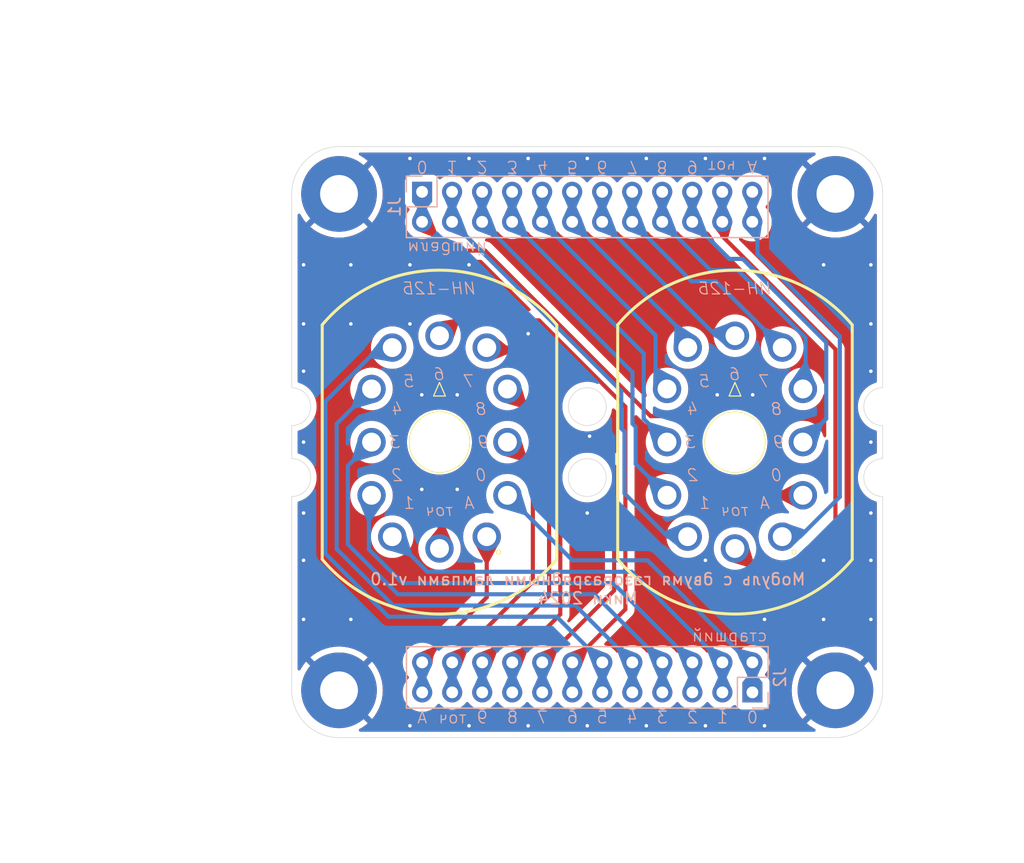
<source format=kicad_pcb>
(kicad_pcb (version 20240108) (generator "pcbnew") (generator_version "8.0")
  (layers (0 "F.Cu" mixed) (31 "B.Cu" mixed) (34 "B.Paste" user) (35 "F.Paste" user) (36 "B.SilkS" user "B.Silkscreen") (37 "F.SilkS" user "F.Silkscreen") (38 "B.Mask" user) (39 "F.Mask" user) (44 "Edge.Cuts" user))
  (net 0 "")
  (net 1 "GND")
  (net 2 "Net-(J1-Pin_10)")
  (net 3 "Net-(J2-Pin_10)")
  (net 4 "Net-(J1-Pin_1)")
  (net 5 "Net-(J1-Pin_17)")
  (net 6 "Net-(J1-Pin_21)")
  (net 7 "Net-(J1-Pin_15)")
  (net 8 "Net-(J1-Pin_5)")
  (net 9 "Net-(J1-Pin_23)")
  (net 10 "Net-(J1-Pin_3)")
  (net 11 "Net-(J1-Pin_7)")
  (net 12 "Net-(J1-Pin_13)")
  (net 13 "Net-(J1-Pin_11)")
  (net 14 "Net-(J1-Pin_19)")
  (net 15 "Net-(J2-Pin_19)")
  (net 16 "Net-(J2-Pin_1)")
  (net 17 "Net-(J2-Pin_23)")
  (net 18 "Net-(J2-Pin_11)")
  (net 19 "Net-(J2-Pin_15)")
  (net 20 "Net-(J2-Pin_17)")
  (net 21 "Net-(J2-Pin_3)")
  (net 22 "Net-(J2-Pin_21)")
  (net 23 "Net-(J2-Pin_13)")
  (net 24 "Net-(J2-Pin_5)")
  (net 25 "Net-(J2-Pin_7)")
  (footprint "MountingHole:MountingHole_3.2mm_M3_Pad" (layer "F.Cu") (at 54 96)
    (property "Reference" "H2" (hide yes))
    (property "Value" "MountingHole_Pad" (hide yes))
    (pad "1" thru_hole circle (at 0 0) (size 6.4 6.4) (drill 3.2) (layers "*.Cu" "*.Mask") (net 1 "GND"))
  )
  (footprint "MountingHole:MountingHole_3.2mm_M3_Pad" (layer "F.Cu") (at 96 54)
    (property "Reference" "H4" (hide yes))
    (property "Value" "MountingHole_Pad" (hide yes))
    (pad "1" thru_hole circle (at 0 0) (size 6.4 6.4) (drill 3.2) (layers "*.Cu" "*.Mask") (net 1 "GND"))
  )
  (footprint "nixies-us:nixies-us-IN-12-DSUB" (layer "F.Cu") (at 62.5 75)
    (property "Reference" "NX2" (hide yes))
    (property "Value" "IN-12BIN-12-DSUB")
    (fp_line (start -9.92124 9.92124) (end -9.92124 -9.92124) (stroke (width 0.254)) (layer "F.SilkS"))
    (fp_line (start 9.92124 -9.92124) (end 9.92124 9.92124) (stroke (width 0.254)) (layer "F.SilkS"))
    (fp_arc (start -9.92124 -9.92124) (mid 0.000928 -14.547158) (end 9.922433 -9.919819) (stroke (width 0.254)) (layer "F.SilkS"))
    (fp_arc (start 9.92124 9.92124) (mid -0.000928 14.547158) (end -9.922433 9.919819) (stroke (width 0.254)) (layer "F.SilkS"))
    (fp_circle (center 0 0) (end 0 -2.54) (stroke (width 0.127)) (fill none) (layer "F.SilkS"))
    (pad "" np_thru_hole circle (at 0 0) (size 4.99872 4.99872) (drill 4.99872) (layers "*.Cu" "*.Mask"))
    (pad "0" thru_hole circle (at 5.74802 4.49834) (size 2.39776 2.39776) (drill 1.59766) (layers "*.Cu" "*.Mask") (net 16 "Net-(J2-Pin_1)"))
    (pad "1" thru_hole circle (at -3.99796 7.99846) (size 2.39776 2.39776) (drill 1.59766) (layers "*.Cu" "*.Mask") (net 21 "Net-(J2-Pin_3)"))
    (pad "2" thru_hole circle (at -5.74802 4.49834) (size 2.39776 2.39776) (drill 1.59766) (layers "*.Cu" "*.Mask") (net 24 "Net-(J2-Pin_5)"))
    (pad "3" thru_hole circle (at -5.74802 0) (size 2.39776 2.39776) (drill 1.59766) (layers "*.Cu" "*.Mask") (net 25 "Net-(J2-Pin_7)"))
    (pad "4" thru_hole circle (at -5.74802 -4.49834) (size 2.39776 2.39776) (drill 1.59766) (layers "*.Cu" "*.Mask") (net 3 "Net-(J2-Pin_10)"))
    (pad "5" thru_hole circle (at -3.99796 -7.99846) (size 2.39776 2.39776) (drill 1.59766) (layers "*.Cu" "*.Mask") (net 18 "Net-(J2-Pin_11)"))
    (pad "6" thru_hole circle (at 0 -8.99922) (size 2.39776 2.39776) (drill 1.59766) (layers "*.Cu" "*.Mask") (net 23 "Net-(J2-Pin_13)"))
    (pad "7" thru_hole circle (at 3.99796 -7.99846) (size 2.39776 2.39776) (drill 1.59766) (layers "*.Cu" "*.Mask") (net 19 "Net-(J2-Pin_15)"))
    (pad "8" thru_hole circle (at 5.74802 -4.49834) (size 2.39776 2.39776) (drill 1.59766) (layers "*.Cu" "*.Mask") (net 20 "Net-(J2-Pin_17)"))
    (pad "9" thru_hole circle (at 5.74802 0) (size 2.39776 2.39776) (drill 1.59766) (layers "*.Cu" "*.Mask") (net 15 "Net-(J2-Pin_19)"))
    (pad "A" thru_hole circle (at 3.99796 7.99846) (size 2.39776 2.39776) (drill 1.59766) (layers "*.Cu" "*.Mask") (net 17 "Net-(J2-Pin_23)"))
    (pad "LHDP" thru_hole circle (at 0 8.99922) (size 2.39776 2.39776) (drill 1.59766) (layers "*.Cu" "*.Mask") (net 22 "Net-(J2-Pin_21)"))
  )
  (footprint "MountingHole:MountingHole_3.2mm_M3_Pad" (layer "F.Cu") (at 54 54)
    (property "Reference" "H1" (hide yes))
    (property "Value" "MountingHole_Pad" (hide yes))
    (pad "1" thru_hole circle (at 0 0) (size 6.4 6.4) (drill 3.2) (layers "*.Cu" "*.Mask") (net 1 "GND"))
  )
  (footprint "nixies-us:nixies-us-IN-12-DSUB" (layer "F.Cu") (at 87.5 75)
    (property "Reference" "NX1" (hide yes))
    (property "Value" "IN-12BIN-12-DSUB")
    (fp_line (start -9.92124 9.92124) (end -9.92124 -9.92124) (stroke (width 0.254)) (layer "F.SilkS"))
    (fp_line (start 9.92124 -9.92124) (end 9.92124 9.92124) (stroke (width 0.254)) (layer "F.SilkS"))
    (fp_arc (start -9.92124 -9.92124) (mid 0.000928 -14.547158) (end 9.922433 -9.919819) (stroke (width 0.254)) (layer "F.SilkS"))
    (fp_arc (start 9.92124 9.92124) (mid -0.000928 14.547158) (end -9.922433 9.919819) (stroke (width 0.254)) (layer "F.SilkS"))
    (fp_circle (center 0 0) (end 0 -2.54) (stroke (width 0.127)) (fill none) (layer "F.SilkS"))
    (pad "" np_thru_hole circle (at 0 0) (size 4.99872 4.99872) (drill 4.99872) (layers "*.Cu" "*.Mask"))
    (pad "0" thru_hole circle (at 5.74802 4.49834) (size 2.39776 2.39776) (drill 1.59766) (layers "*.Cu" "*.Mask") (net 4 "Net-(J1-Pin_1)"))
    (pad "1" thru_hole circle (at -3.99796 7.99846) (size 2.39776 2.39776) (drill 1.59766) (layers "*.Cu" "*.Mask") (net 10 "Net-(J1-Pin_3)"))
    (pad "2" thru_hole circle (at -5.74802 4.49834) (size 2.39776 2.39776) (drill 1.59766) (layers "*.Cu" "*.Mask") (net 8 "Net-(J1-Pin_5)"))
    (pad "3" thru_hole circle (at -5.74802 0) (size 2.39776 2.39776) (drill 1.59766) (layers "*.Cu" "*.Mask") (net 11 "Net-(J1-Pin_7)"))
    (pad "4" thru_hole circle (at -5.74802 -4.49834) (size 2.39776 2.39776) (drill 1.59766) (layers "*.Cu" "*.Mask") (net 2 "Net-(J1-Pin_10)"))
    (pad "5" thru_hole circle (at -3.99796 -7.99846) (size 2.39776 2.39776) (drill 1.59766) (layers "*.Cu" "*.Mask") (net 13 "Net-(J1-Pin_11)"))
    (pad "6" thru_hole circle (at 0 -8.99922) (size 2.39776 2.39776) (drill 1.59766) (layers "*.Cu" "*.Mask") (net 12 "Net-(J1-Pin_13)"))
    (pad "7" thru_hole circle (at 3.99796 -7.99846) (size 2.39776 2.39776) (drill 1.59766) (layers "*.Cu" "*.Mask") (net 7 "Net-(J1-Pin_15)"))
    (pad "8" thru_hole circle (at 5.74802 -4.49834) (size 2.39776 2.39776) (drill 1.59766) (layers "*.Cu" "*.Mask") (net 5 "Net-(J1-Pin_17)"))
    (pad "9" thru_hole circle (at 5.74802 0) (size 2.39776 2.39776) (drill 1.59766) (layers "*.Cu" "*.Mask") (net 14 "Net-(J1-Pin_19)"))
    (pad "A" thru_hole circle (at 3.99796 7.99846) (size 2.39776 2.39776) (drill 1.59766) (layers "*.Cu" "*.Mask") (net 9 "Net-(J1-Pin_23)"))
    (pad "LHDP" thru_hole circle (at 0 8.99922) (size 2.39776 2.39776) (drill 1.59766) (layers "*.Cu" "*.Mask") (net 6 "Net-(J1-Pin_21)"))
  )
  (footprint "MountingHole:MountingHole_3.2mm_M3_Pad" (layer "F.Cu") (at 96 96)
    (property "Reference" "H3" (hide yes))
    (property "Value" "MountingHole_Pad" (hide yes))
    (pad "1" thru_hole circle (at 0 0) (size 6.4 6.4) (drill 3.2) (layers "*.Cu" "*.Mask") (net 1 "GND"))
  )
  (footprint "Connector_PinHeader_2.54mm:PinHeader_2x12_P2.54mm_Vertical" (layer "B.Cu") (at 88.975 96.175 90)
    (property "Reference" "J2" (at 1.27 2.33 90) (layer "B.SilkS") (effects (justify mirror)))
    (property "Value" "TubeB")
    (fp_line (start 3.87 -29.27) (end -1.33 -29.27) (stroke (width 0.12)) (layer "B.SilkS"))
    (fp_line (start 3.87 -29.27) (end 3.87 1.33) (stroke (width 0.12)) (layer "B.SilkS"))
    (fp_line (start -1.33 -29.27) (end -1.33 -1.27) (stroke (width 0.12)) (layer "B.SilkS"))
    (fp_line (start 1.27 -1.27) (end -1.33 -1.27) (stroke (width 0.12)) (layer "B.SilkS"))
    (fp_line (start 3.87 1.33) (end 1.27 1.33) (stroke (width 0.12)) (layer "B.SilkS"))
    (fp_line (start 1.27 1.33) (end 1.27 -1.27) (stroke (width 0.12)) (layer "B.SilkS"))
    (fp_line (start 0 1.33) (end -1.33 1.33) (stroke (width 0.12)) (layer "B.SilkS"))
    (fp_line (start -1.33 1.33) (end -1.33 0) (stroke (width 0.12)) (layer "B.SilkS"))
    (pad "1" thru_hole rect (at 0 0 90) (size 1.7 1.7) (drill 1) (layers "*.Cu" "*.Mask") (net 16 "Net-(J2-Pin_1)"))
    (pad "2" thru_hole oval (at 2.54 0 90) (size 1.7 1.7) (drill 1) (layers "*.Cu" "*.Mask") (net 16 "Net-(J2-Pin_1)"))
    (pad "3" thru_hole oval (at 0 -2.54 90) (size 1.7 1.7) (drill 1) (layers "*.Cu" "*.Mask") (net 21 "Net-(J2-Pin_3)"))
    (pad "4" thru_hole oval (at 2.54 -2.54 90) (size 1.7 1.7) (drill 1) (layers "*.Cu" "*.Mask") (net 21 "Net-(J2-Pin_3)"))
    (pad "5" thru_hole oval (at 0 -5.08 90) (size 1.7 1.7) (drill 1) (layers "*.Cu" "*.Mask") (net 24 "Net-(J2-Pin_5)"))
    (pad "6" thru_hole oval (at 2.54 -5.08 90) (size 1.7 1.7) (drill 1) (layers "*.Cu" "*.Mask") (net 24 "Net-(J2-Pin_5)"))
    (pad "7" thru_hole oval (at 0 -7.62 90) (size 1.7 1.7) (drill 1) (layers "*.Cu" "*.Mask") (net 25 "Net-(J2-Pin_7)"))
    (pad "8" thru_hole oval (at 2.54 -7.62 90) (size 1.7 1.7) (drill 1) (layers "*.Cu" "*.Mask") (net 25 "Net-(J2-Pin_7)"))
    (pad "9" thru_hole oval (at 0 -10.16 90) (size 1.7 1.7) (drill 1) (layers "*.Cu" "*.Mask") (net 3 "Net-(J2-Pin_10)"))
    (pad "10" thru_hole oval (at 2.54 -10.16 90) (size 1.7 1.7) (drill 1) (layers "*.Cu" "*.Mask") (net 3 "Net-(J2-Pin_10)"))
    (pad "11" thru_hole oval (at 0 -12.7 90) (size 1.7 1.7) (drill 1) (layers "*.Cu" "*.Mask") (net 18 "Net-(J2-Pin_11)"))
    (pad "12" thru_hole oval (at 2.54 -12.7 90) (size 1.7 1.7) (drill 1) (layers "*.Cu" "*.Mask") (net 18 "Net-(J2-Pin_11)"))
    (pad "13" thru_hole oval (at 0 -15.24 90) (size 1.7 1.7) (drill 1) (layers "*.Cu" "*.Mask") (net 23 "Net-(J2-Pin_13)"))
    (pad "14" thru_hole oval (at 2.54 -15.24 90) (size 1.7 1.7) (drill 1) (layers "*.Cu" "*.Mask") (net 23 "Net-(J2-Pin_13)"))
    (pad "15" thru_hole oval (at 0 -17.78 90) (size 1.7 1.7) (drill 1) (layers "*.Cu" "*.Mask") (net 19 "Net-(J2-Pin_15)"))
    (pad "16" thru_hole oval (at 2.54 -17.78 90) (size 1.7 1.7) (drill 1) (layers "*.Cu" "*.Mask") (net 19 "Net-(J2-Pin_15)"))
    (pad "17" thru_hole oval (at 0 -20.32 90) (size 1.7 1.7) (drill 1) (layers "*.Cu" "*.Mask") (net 20 "Net-(J2-Pin_17)"))
    (pad "18" thru_hole oval (at 2.54 -20.32 90) (size 1.7 1.7) (drill 1) (layers "*.Cu" "*.Mask") (net 20 "Net-(J2-Pin_17)"))
    (pad "19" thru_hole oval (at 0 -22.86 90) (size 1.7 1.7) (drill 1) (layers "*.Cu" "*.Mask") (net 15 "Net-(J2-Pin_19)"))
    (pad "20" thru_hole oval (at 2.54 -22.86 90) (size 1.7 1.7) (drill 1) (layers "*.Cu" "*.Mask") (net 15 "Net-(J2-Pin_19)"))
    (pad "21" thru_hole oval (at 0 -25.4 90) (size 1.7 1.7) (drill 1) (layers "*.Cu" "*.Mask") (net 22 "Net-(J2-Pin_21)"))
    (pad "22" thru_hole oval (at 2.54 -25.4 90) (size 1.7 1.7) (drill 1) (layers "*.Cu" "*.Mask") (net 22 "Net-(J2-Pin_21)"))
    (pad "23" thru_hole oval (at 0 -27.94 90) (size 1.7 1.7) (drill 1) (layers "*.Cu" "*.Mask") (net 17 "Net-(J2-Pin_23)"))
    (pad "24" thru_hole oval (at 2.54 -27.94 90) (size 1.7 1.7) (drill 1) (layers "*.Cu" "*.Mask") (net 17 "Net-(J2-Pin_23)"))
  )
  (footprint "Connector_PinHeader_2.54mm:PinHeader_2x12_P2.54mm_Vertical" (layer "B.Cu") (at 61.025 53.825 -90)
    (property "Reference" "J1" (at 1.27 2.33 90) (layer "B.SilkS") (effects (justify mirror)))
    (property "Value" "TubeA")
    (fp_line (start -1.33 1.33) (end -1.33 0) (stroke (width 0.12)) (layer "B.SilkS"))
    (fp_line (start 0 1.33) (end -1.33 1.33) (stroke (width 0.12)) (layer "B.SilkS"))
    (fp_line (start 1.27 1.33) (end 1.27 -1.27) (stroke (width 0.12)) (layer "B.SilkS"))
    (fp_line (start 3.87 1.33) (end 1.27 1.33) (stroke (width 0.12)) (layer "B.SilkS"))
    (fp_line (start 1.27 -1.27) (end -1.33 -1.27) (stroke (width 0.12)) (layer "B.SilkS"))
    (fp_line (start -1.33 -29.27) (end -1.33 -1.27) (stroke (width 0.12)) (layer "B.SilkS"))
    (fp_line (start 3.87 -29.27) (end 3.87 1.33) (stroke (width 0.12)) (layer "B.SilkS"))
    (fp_line (start 3.87 -29.27) (end -1.33 -29.27) (stroke (width 0.12)) (layer "B.SilkS"))
    (pad "1" thru_hole rect (at 0 0 270) (size 1.7 1.7) (drill 1) (layers "*.Cu" "*.Mask") (net 4 "Net-(J1-Pin_1)"))
    (pad "2" thru_hole oval (at 2.54 0 270) (size 1.7 1.7) (drill 1) (layers "*.Cu" "*.Mask") (net 4 "Net-(J1-Pin_1)"))
    (pad "3" thru_hole oval (at 0 -2.54 270) (size 1.7 1.7) (drill 1) (layers "*.Cu" "*.Mask") (net 10 "Net-(J1-Pin_3)"))
    (pad "4" thru_hole oval (at 2.54 -2.54 270) (size 1.7 1.7) (drill 1) (layers "*.Cu" "*.Mask") (net 10 "Net-(J1-Pin_3)"))
    (pad "5" thru_hole oval (at 0 -5.08 270) (size 1.7 1.7) (drill 1) (layers "*.Cu" "*.Mask") (net 8 "Net-(J1-Pin_5)"))
    (pad "6" thru_hole oval (at 2.54 -5.08 270) (size 1.7 1.7) (drill 1) (layers "*.Cu" "*.Mask") (net 8 "Net-(J1-Pin_5)"))
    (pad "7" thru_hole oval (at 0 -7.62 270) (size 1.7 1.7) (drill 1) (layers "*.Cu" "*.Mask") (net 11 "Net-(J1-Pin_7)"))
    (pad "8" thru_hole oval (at 2.54 -7.62 270) (size 1.7 1.7) (drill 1) (layers "*.Cu" "*.Mask") (net 11 "Net-(J1-Pin_7)"))
    (pad "9" thru_hole oval (at 0 -10.16 270) (size 1.7 1.7) (drill 1) (layers "*.Cu" "*.Mask") (net 2 "Net-(J1-Pin_10)"))
    (pad "10" thru_hole oval (at 2.54 -10.16 270) (size 1.7 1.7) (drill 1) (layers "*.Cu" "*.Mask") (net 2 "Net-(J1-Pin_10)"))
    (pad "11" thru_hole oval (at 0 -12.7 270) (size 1.7 1.7) (drill 1) (layers "*.Cu" "*.Mask") (net 13 "Net-(J1-Pin_11)"))
    (pad "12" thru_hole oval (at 2.54 -12.7 270) (size 1.7 1.7) (drill 1) (layers "*.Cu" "*.Mask") (net 13 "Net-(J1-Pin_11)"))
    (pad "13" thru_hole oval (at 0 -15.24 270) (size 1.7 1.7) (drill 1) (layers "*.Cu" "*.Mask") (net 12 "Net-(J1-Pin_13)"))
    (pad "14" thru_hole oval (at 2.54 -15.24 270) (size 1.7 1.7) (drill 1) (layers "*.Cu" "*.Mask") (net 12 "Net-(J1-Pin_13)"))
    (pad "15" thru_hole oval (at 0 -17.78 270) (size 1.7 1.7) (drill 1) (layers "*.Cu" "*.Mask") (net 7 "Net-(J1-Pin_15)"))
    (pad "16" thru_hole oval (at 2.54 -17.78 270) (size 1.7 1.7) (drill 1) (layers "*.Cu" "*.Mask") (net 7 "Net-(J1-Pin_15)"))
    (pad "17" thru_hole oval (at 0 -20.32 270) (size 1.7 1.7) (drill 1) (layers "*.Cu" "*.Mask") (net 5 "Net-(J1-Pin_17)"))
    (pad "18" thru_hole oval (at 2.54 -20.32 270) (size 1.7 1.7) (drill 1) (layers "*.Cu" "*.Mask") (net 5 "Net-(J1-Pin_17)"))
    (pad "19" thru_hole oval (at 0 -22.86 270) (size 1.7 1.7) (drill 1) (layers "*.Cu" "*.Mask") (net 14 "Net-(J1-Pin_19)"))
    (pad "20" thru_hole oval (at 2.54 -22.86 270) (size 1.7 1.7) (drill 1) (layers "*.Cu" "*.Mask") (net 14 "Net-(J1-Pin_19)"))
    (pad "21" thru_hole oval (at 0 -25.4 270) (size 1.7 1.7) (drill 1) (layers "*.Cu" "*.Mask") (net 6 "Net-(J1-Pin_21)"))
    (pad "22" thru_hole oval (at 2.54 -25.4 270) (size 1.7 1.7) (drill 1) (layers "*.Cu" "*.Mask") (net 6 "Net-(J1-Pin_21)"))
    (pad "23" thru_hole oval (at 0 -27.94 270) (size 1.7 1.7) (drill 1) (layers "*.Cu" "*.Mask") (net 9 "Net-(J1-Pin_23)"))
    (pad "24" thru_hole oval (at 2.54 -27.94 270) (size 1.7 1.7) (drill 1) (layers "*.Cu" "*.Mask") (net 9 "Net-(J1-Pin_23)"))
  )
  (gr_poly (pts (xy 62 71.1) (xy 62.5 69.95) (xy 63 71.1)) (stroke (width 0.1)) (fill none) (layer "F.SilkS"))
  (gr_poly (pts (xy 87 71.1) (xy 87.5 69.95) (xy 88 71.1)) (stroke (width 0.1)) (fill none) (layer "F.SilkS"))
  (gr_circle (center 92.5 84.3) (end 92.6 84.45) (stroke (width 0.1)) (fill none) (layer "F.SilkS"))
  (gr_circle (center 67.5 84.3) (end 67.6 84.45) (stroke (width 0.1)) (fill none) (layer "F.SilkS"))
  (gr_line (start 50 73.6) (end 50 76.4) (stroke (width 0.05)) (layer "Edge.Cuts"))
  (gr_arc (start 50 54) (mid 51.171573 51.171573) (end 54 50) (stroke (width 0.05)) (layer "Edge.Cuts"))
  (gr_line (start 100 70.4) (end 100 54) (stroke (width 0.05)) (layer "Edge.Cuts"))
  (gr_arc (start 96 50) (mid 98.828427 51.171573) (end 100 54) (stroke (width 0.05)) (layer "Edge.Cuts"))
  (gr_arc (start 54 100) (mid 51.171573 98.828427) (end 50 96) (stroke (width 0.05)) (layer "Edge.Cuts"))
  (gr_arc (start 100 96) (mid 98.828427 98.828427) (end 96 100) (stroke (width 0.05)) (layer "Edge.Cuts"))
  (gr_arc (start 50 76.4) (mid 51.6 78) (end 50 79.6) (stroke (width 0.05)) (layer "Edge.Cuts"))
  (gr_line (start 50 79.6) (end 50 96) (stroke (width 0.05)) (layer "Edge.Cuts"))
  (gr_arc (start 100 73.6) (mid 98.4 72) (end 100 70.4) (stroke (width 0.05)) (layer "Edge.Cuts"))
  (gr_line (start 50 54) (end 50 70.4) (stroke (width 0.05)) (layer "Edge.Cuts"))
  (gr_line (start 54 50) (end 96 50) (stroke (width 0.05)) (layer "Edge.Cuts"))
  (gr_arc (start 50 70.4) (mid 51.6 72) (end 50 73.6) (stroke (width 0.05)) (layer "Edge.Cuts"))
  (gr_arc (start 100 79.6) (mid 98.4 78) (end 100 76.4) (stroke (width 0.05)) (layer "Edge.Cuts"))
  (gr_line (start 100 96) (end 100 79.6) (stroke (width 0.05)) (layer "Edge.Cuts"))
  (gr_circle (center 75 72) (end 75 70.4) (stroke (width 0.05)) (fill none) (layer "Edge.Cuts"))
  (gr_line (start 100 76.4) (end 100 73.6) (stroke (width 0.05)) (layer "Edge.Cuts"))
  (gr_line (start 96 100) (end 54 100) (stroke (width 0.05)) (layer "Edge.Cuts"))
  (gr_circle (center 75 78) (end 75 76.4) (stroke (width 0.05)) (fill none) (layer "Edge.Cuts"))
  (gr_text "3" (at 83.75 75 0) (layer "B.SilkS") (effects (font (size 1 1) (thickness 0.1) (italic yes)) (justify mirror)))
  (gr_text "8" (at 66.050293 72.199293 0) (layer "B.SilkS") (effects (font (size 1 1) (thickness 0.1) (italic yes)) (justify mirror)))
  (gr_text "0" (at 88.975 98.3 0) (layer "B.SilkS") (effects (font (size 1 1) (thickness 0.1)) (justify mirror)))
  (gr_text "2" (at 66.105 51.7 180) (layer "B.SilkS") (effects (font (size 1 1) (thickness 0.1)) (justify mirror)))
  (gr_text "А" (at 90.05 80.15 0) (layer "B.SilkS") (effects (font (size 1 1) (thickness 0.1) (italic yes)) (justify mirror)))
  (gr_text "5" (at 59.950293 69.849293 0) (layer "B.SilkS") (effects (font (size 1 1) (thickness 0.1) (italic yes)) (justify mirror)))
  (gr_text "4" (at 71.205 51.7 180) (layer "B.SilkS") (effects (font (size 1 1) (thickness 0.1)) (justify mirror)))
  (gr_text "8" (at 81.33 51.7 180) (layer "B.SilkS") (effects (font (size 1 1) (thickness 0.1)) (justify mirror)))
  (gr_text "2" (at 83.9 98.3 0) (layer "B.SilkS") (effects (font (size 1 1) (thickness 0.1)) (justify mirror)))
  (gr_text "1" (at 86.435 98.3 0) (layer "B.SilkS") (effects (font (size 1 1) (thickness 0.1)) (justify mirror)))
  (gr_text "7" (at 65.050293 69.849293 0) (layer "B.SilkS") (effects (font (size 1 1) (thickness 0.1) (italic yes)) (justify mirror)))
  (gr_text "Модуль с двумя газоразрядными лампами v1.0\nМики 2024" (at 75.05 88.8 0) (layer "B.SilkS") (effects (font (size 1 1)) (justify bottom mirror)))
  (gr_text "5" (at 76.265 98.3 0) (layer "B.SilkS") (effects (font (size 1 1) (thickness 0.1)) (justify mirror)))
  (gr_text "5" (at 84.95 69.85 0) (layer "B.SilkS") (effects (font (size 1 1) (thickness 0.1) (italic yes)) (justify mirror)))
  (gr_text "8" (at 68.675 98.3 0) (layer "B.SilkS") (effects (font (size 1 1) (thickness 0.1)) (justify mirror)))
  (gr_text "1" (at 59.950293 80.149293 0) (layer "B.SilkS") (effects (font (size 1 1) (thickness 0.1) (italic yes)) (justify mirror)))
  (gr_text "4" (at 78.8 98.3 0) (layer "B.SilkS") (effects (font (size 1 1) (thickness 0.1)) (justify mirror)))
  (gr_text "3" (at 81.34 98.3 0) (layer "B.SilkS") (effects (font (size 1 1) (thickness 0.1)) (justify mirror)))
  (gr_text "младший" (at 59.7 58 180) (layer "B.SilkS") (effects (font (size 1 1) (thickness 0.1)) (justify left bottom mirror)))
  (gr_text "ИН-12Б" (at 87.500707 62 0) (layer "B.SilkS") (effects (font (size 1 1) (thickness 0.1) (italic yes)) (justify mirror)))
  (gr_text "точ" (at 87.5 80.747313 0) (layer "B.SilkS") (effects (font (size 1 1) (thickness 0.1) (italic yes)) (justify mirror)))
  (gr_text "A" (at 61.04 98.3 0) (layer "B.SilkS") (effects (font (size 1 1) (thickness 0.1)) (justify mirror)))
  (gr_text "6" (at 87.5 69.252687 0) (layer "B.SilkS") (effects (font (size 1 1) (thickness 0.1) (italic yes)) (justify mirror)))
  (gr_text "9" (at 66.250293 74.999293 0) (layer "B.SilkS") (effects (font (size 1 1) (thickness 0.1) (italic yes)) (justify mirror)))
  (gr_text "6" (at 62.500293 69.25198 0) (layer "B.SilkS") (effects (font (size 1 1) (thickness 0.1) (italic yes)) (justify mirror)))
  (gr_text "1" (at 63.57 51.7 180) (layer "B.SilkS") (effects (font (size 1 1) (thickness 0.1)) (justify mirror)))
  (gr_text "2" (at 83.95 77.8 0) (layer "B.SilkS") (effects (font (size 1 1) (thickness 0.1) (italic yes)) (justify mirror)))
  (gr_text "6" (at 76.255 51.7 180) (layer "B.SilkS") (effects (font (size 1 1) (thickness 0.1)) (justify mirror)))
  (gr_text "0" (at 66.050293 77.799293 0) (layer "B.SilkS") (effects (font (size 1 1) (thickness 0.1) (italic yes)) (justify mirror)))
  (gr_text "7" (at 71.21 98.3 0) (layer "B.SilkS") (effects (font (size 1 1) (thickness 0.1)) (justify mirror)))
  (gr_text "0" (at 91.05 77.8 0) (layer "B.SilkS") (effects (font (size 1 1) (thickness 0.1) (italic yes)) (justify mirror)))
  (gr_text "точ" (at 63.575 98.3 0) (layer "B.SilkS") (effects (font (size 1 1) (thickness 0.1)) (justify mirror)))
  (gr_text "9" (at 66.115 98.3 0) (layer "B.SilkS") (effects (font (size 1 1) (thickness 0.1)) (justify mirror)))
  (gr_text "8" (at 91.05 72.2 0) (layer "B.SilkS") (effects (font (size 1 1) (thickness 0.1) (italic yes)) (justify mirror)))
  (gr_text "1" (at 84.95 80.15 0) (layer "B.SilkS") (effects (font (size 1 1) (thickness 0.1) (italic yes)) (justify mirror)))
  (gr_text "А" (at 65.050293 80.149293 0) (layer "B.SilkS") (effects (font (size 1 1) (thickness 0.1) (italic yes)) (justify mirror)))
  (gr_text "точ" (at 86.43 51.7 180) (layer "B.SilkS") (effects (font (size 1 1) (thickness 0.1)) (justify mirror)))
  (gr_text "2" (at 58.950293 77.799293 0) (layer "B.SilkS") (effects (font (size 1 1) (thickness 0.1) (italic yes)) (justify mirror)))
  (gr_text "старший" (at 90.3 91.95 0) (layer "B.SilkS") (effects (font (size 1 1) (thickness 0.1)) (justify left bottom mirror)))
  (gr_text "0" (at 61.03 51.7 180) (layer "B.SilkS") (effects (font (size 1 1) (thickness 0.1)) (justify mirror)))
  (gr_text "7" (at 78.795 51.7 180) (layer "B.SilkS") (effects (font (size 1 1) (thickness 0.1)) (justify mirror)))
  (gr_text "3" (at 58.750293 74.999293 0) (layer "B.SilkS") (effects (font (size 1 1) (thickness 0.1) (italic yes)) (justify mirror)))
  (gr_text "7" (at 90.05 69.85 0) (layer "B.SilkS") (effects (font (size 1 1) (thickness 0.1) (italic yes)) (justify mirror)))
  (gr_text "A" (at 88.965 51.7 180) (layer "B.SilkS") (effects (font (size 1 1) (thickness 0.1)) (justify mirror)))
  (gr_text "5" (at 73.74 51.7 180) (layer "B.SilkS") (effects (font (size 1 1) (thickness 0.1)) (justify mirror)))
  (gr_text "9" (at 83.89 51.7 180) (layer "B.SilkS") (effects (font (size 1 1) (thickness 0.1)) (justify mirror)))
  (gr_text "4" (at 58.950293 72.199293 0) (layer "B.SilkS") (effects (font (size 1 1) (thickness 0.1) (italic yes)) (justify mirror)))
  (gr_text "6" (at 73.75 98.3 0) (layer "B.SilkS") (effects (font (size 1 1) (thickness 0.1)) (justify mirror)))
  (gr_text "ИН-12Б" (at 62.5 62 0) (layer "B.SilkS") (effects (font (size 1 1) (thickness 0.1) (italic yes)) (justify mirror)))
  (gr_text "4" (at 83.95 72.2 0) (layer "B.SilkS") (effects (font (size 1 1) (thickness 0.1) (italic yes)) (justify mirror)))
  (gr_text "точ" (at 62.500293 80.746606 0) (layer "B.SilkS") (effects (font (size 1 1) (thickness 0.1) (italic yes)) (justify mirror)))
  (gr_text "3" (at 68.665 51.7 180) (layer "B.SilkS") (effects (font (size 1 1) (thickness 0.1)) (justify mirror)))
  (gr_text "9" (at 91.25 75 0) (layer "B.SilkS") (effects (font (size 1 1) (thickness 0.1) (italic yes)) (justify mirror)))
  (via (at 90 51) (size 0.7) (drill 0.3) (layers "F.Cu" "B.Cu") (net 1))
  (via (at 75 51) (size 0.7) (drill 0.3) (layers "F.Cu" "B.Cu") (net 1))
  (via (at 61 79) (size 0.7) (drill 0.3) (layers "F.Cu" "B.Cu") (net 1))
  (via (at 85 51) (size 0.7) (drill 0.3) (layers "F.Cu" "B.Cu") (net 1))
  (via (at 85 99) (size 0.7) (drill 0.3) (layers "F.Cu" "B.Cu") (net 1))
  (via (at 95 85) (size 0.7) (drill 0.3) (layers "F.Cu" "B.Cu") (net 1))
  (via (at 51 65) (size 0.7) (drill 0.3) (layers "F.Cu" "B.Cu") (net 1))
  (via (at 75 99) (size 0.7) (drill 0.3) (layers "F.Cu" "B.Cu") (net 1))
  (via (at 75 81) (size 0.7) (drill 0.3) (layers "F.Cu" "B.Cu") (net 1))
  (via (at 70 99) (size 0.7) (drill 0.3) (layers "F.Cu" "B.Cu") (net 1))
  (via (at 51 75) (size 0.7) (drill 0.3) (layers "F.Cu" "B.Cu") (net 1))
  (via (at 70.002978 65.825) (size 0.7) (drill 0.3) (layers "F.Cu" "B.Cu") (net 1))
  (via (at 99 69) (size 0.7) (drill 0.3) (layers "F.Cu" "B.Cu") (net 1))
  (via (at 65 60) (size 0.7) (drill 0.3) (layers "F.Cu" "B.Cu") (net 1))
  (via (at 60 51) (size 0.7) (drill 0.3) (layers "F.Cu" "B.Cu") (net 1))
  (via (at 60 65) (size 0.7) (drill 0.3) (layers "F.Cu" "B.Cu") (net 1))
  (via (at 55 60) (size 0.7) (drill 0.3) (layers "F.Cu" "B.Cu") (net 1))
  (via (at 65 99) (size 0.7) (drill 0.3) (layers "F.Cu" "B.Cu") (net 1))
  (via (at 51 60) (size 0.7) (drill 0.3) (layers "F.Cu" "B.Cu") (net 1))
  (via (at 80 51) (size 0.7) (drill 0.3) (layers "F.Cu" "B.Cu") (net 1))
  (via (at 51 90) (size 0.7) (drill 0.3) (layers "F.Cu" "B.Cu") (net 1))
  (via (at 61 71) (size 0.7) (drill 0.3) (layers "F.Cu" "B.Cu") (net 1))
  (via (at 51 85) (size 0.7) (drill 0.3) (layers "F.Cu" "B.Cu") (net 1))
  (via (at 51 81) (size 0.7) (drill 0.3) (layers "F.Cu" "B.Cu") (net 1))
  (via (at 95 60) (size 0.7) (drill 0.3) (layers "F.Cu" "B.Cu") (net 1))
  (via (at 99 85) (size 0.7) (drill 0.3) (layers "F.Cu" "B.Cu") (net 1))
  (via (at 99 81) (size 0.7) (drill 0.3) (layers "F.Cu" "B.Cu") (net 1))
  (via (at 90 99) (size 0.7) (drill 0.3) (layers "F.Cu" "B.Cu") (net 1))
  (via (at 99 90) (size 0.7) (drill 0.3) (layers "F.Cu" "B.Cu") (net 1))
  (via (at 55 90) (size 0.7) (drill 0.3) (layers "F.Cu" "B.Cu") (net 1))
  (via (at 60 60) (size 0.7) (drill 0.3) (layers "F.Cu" "B.Cu") (net 1))
  (via (at 95 90) (size 0.7) (drill 0.3) (layers "F.Cu" "B.Cu") (net 1))
  (via (at 65 51) (size 0.7) (drill 0.3) (layers "F.Cu" "B.Cu") (net 1))
  (via (at 55 65) (size 0.7) (drill 0.3) (layers "F.Cu" "B.Cu") (net 1))
  (via (at 90 90) (size 0.7) (drill 0.3) (layers "F.Cu" "B.Cu") (net 1))
  (via (at 64 71) (size 0.7) (drill 0.3) (layers "F.Cu" "B.Cu") (net 1))
  (via (at 80 99) (size 0.7) (drill 0.3) (layers "F.Cu" "B.Cu") (net 1))
  (via (at 89 71) (size 0.7) (drill 0.3) (layers "F.Cu" "B.Cu") (net 1))
  (via (at 64 79) (size 0.7) (drill 0.3) (layers "F.Cu" "B.Cu") (net 1))
  (via (at 85 85) (size 0.7) (drill 0.3) (layers "F.Cu" "B.Cu") (net 1))
  (via (at 99 75) (size 0.7) (drill 0.3) (layers "F.Cu" "B.Cu") (net 1))
  (via (at 86 71) (size 0.7) (drill 0.3) (layers "F.Cu" "B.Cu") (net 1))
  (via (at 70 51) (size 0.7) (drill 0.3) (layers "F.Cu" "B.Cu") (net 1))
  (via (at 75.2 74.5) (size 0.7) (drill 0.3) (layers "F.Cu" "B.Cu") (net 1))
  (via (at 99 65) (size 0.7) (drill 0.3) (layers "F.Cu" "B.Cu") (net 1))
  (via (at 99 60) (size 0.7) (drill 0.3) (layers "F.Cu" "B.Cu") (net 1))
  (via (at 60 99) (size 0.7) (drill 0.3) (layers "F.Cu" "B.Cu") (net 1))
  (via (at 51 69) (size 0.7) (drill 0.3) (layers "F.Cu" "B.Cu") (net 1))
  (segment (start 71.185 56.365) (end 71.185 53.825) (width 0.35) (layer "B.Cu") (net 2))
  (segment (start 80.780112 65.960112) (end 71.185 56.365) (width 0.35) (layer "B.Cu") (net 2))
  (segment (start 81.75198 70.50166) (end 80.780112 69.529792) (width 0.35) (layer "B.Cu") (net 2))
  (segment (start 80.780112 69.529792) (end 80.780112 65.960112) (width 0.35) (layer "B.Cu") (net 2))
  (segment (start 58.579598 88.8231) (end 53.8 84.043502) (width 0.35) (layer "B.Cu") (net 3))
  (segment (start 53.8 73.45364) (end 56.75198 70.50166) (width 0.35) (layer "B.Cu") (net 3))
  (segment (start 78.815 96.175) (end 78.815 93.635) (width 0.35) (layer "B.Cu") (net 3))
  (segment (start 74.0031 88.8231) (end 58.579598 88.8231) (width 0.35) (layer "B.Cu") (net 3))
  (segment (start 78.815 93.635) (end 74.0031 88.8231) (width 0.35) (layer "B.Cu") (net 3))
  (segment (start 53.8 84.043502) (end 53.8 73.45364) (width 0.35) (layer "B.Cu") (net 3))
  (segment (start 80.364423 72.8) (end 66.364423 58.8) (width 0.35) (layer "F.Cu") (net 4))
  (segment (start 63.46 58.8) (end 61.025 56.365) (width 0.35) (layer "F.Cu") (net 4))
  (segment (start 86.89834 79.49834) (end 84 76.6) (width 0.35) (layer "F.Cu") (net 4))
  (segment (start 66.364423 58.8) (end 63.46 58.8) (width 0.35) (layer "F.Cu") (net 4))
  (segment (start 93.24802 79.49834) (end 86.89834 79.49834) (width 0.35) (layer "F.Cu") (net 4))
  (segment (start 84 76.6) (end 84 74) (width 0.35) (layer "F.Cu") (net 4))
  (segment (start 84 74) (end 82.8 72.8) (width 0.35) (layer "F.Cu") (net 4))
  (segment (start 82.8 72.8) (end 80.364423 72.8) (width 0.35) (layer "F.Cu") (net 4))
  (segment (start 61.025 56.365) (end 61.025 53.825) (width 0.35) (layer "B.Cu") (net 4))
  (segment (start 61.087361 56.365) (end 61.025 56.365) (width 0.35) (layer "B.Cu") (net 4))
  (segment (start 81.345 56.365) (end 85.43 60.45) (width 0.35) (layer "B.Cu") (net 5))
  (segment (start 93.47184 66.183932) (end 93.47184 70.27784) (width 0.35) (layer "B.Cu") (net 5))
  (segment (start 93.47184 70.27784) (end 93.24802 70.50166) (width 0.35) (layer "B.Cu") (net 5))
  (segment (start 85.43 60.45) (end 87.737908 60.45) (width 0.35) (layer "B.Cu") (net 5))
  (segment (start 81.345 56.365) (end 81.345 53.825) (width 0.35) (layer "B.Cu") (net 5))
  (segment (start 87.737908 60.45) (end 93.47184 66.183932) (width 0.35) (layer "B.Cu") (net 5))
  (segment (start 86.425 57.567081) (end 86.425 56.365) (width 0.35) (layer "F.Cu") (net 6))
  (segment (start 89.50078 86) (end 92 86) (width 0.35) (layer "F.Cu") (net 6))
  (segment (start 92 86) (end 96 82) (width 0.35) (layer "F.Cu") (net 6))
  (segment (start 96 82) (end 96 67.142081) (width 0.35) (layer "F.Cu") (net 6))
  (segment (start 96 67.142081) (end 86.425 57.567081) (width 0.35) (layer "F.Cu") (net 6))
  (segment (start 87.5 83.99922) (end 89.50078 86) (width 0.35) (layer "F.Cu") (net 6))
  (segment (start 86.425 56.365) (end 86.425 53.825) (width 0.35) (layer "B.Cu") (net 6))
  (segment (start 78.805 56.365) (end 83.84 61.4) (width 0.35) (layer "B.Cu") (net 7))
  (segment (start 78.805 56.365) (end 78.805 53.825) (width 0.35) (layer "B.Cu") (net 7))
  (segment (start 83.84 61.4) (end 85.89642 61.4) (width 0.35) (layer "B.Cu") (net 7))
  (segment (start 85.89642 61.4) (end 91.49796 67.00154) (width 0.35) (layer "B.Cu") (net 7))
  (segment (start 79.101255 76.847615) (end 79.101255 73.718612) (width 0.35) (layer "B.Cu") (net 8))
  (segment (start 79.101255 73.718612) (end 78.8281 73.445457) (width 0.35) (layer "B.Cu") (net 8))
  (segment (start 81.75198 79.49834) (end 79.101255 76.847615) (width 0.35) (layer "B.Cu") (net 8))
  (segment (start 66.105 56.365) (end 66.105 53.825) (width 0.35) (layer "B.Cu") (net 8))
  (segment (start 78.8281 69.0881) (end 66.105 56.365) (width 0.35) (layer "B.Cu") (net 8))
  (segment (start 78.8281 73.445457) (end 78.8281 69.0881) (width 0.35) (layer "B.Cu") (net 8))
  (segment (start 88.965 56.365) (end 88.965 53.825) (width 0.35) (layer "B.Cu") (net 9))
  (segment (start 96.3719 66.048246) (end 96.3719 79.6281) (width 0.35) (layer "B.Cu") (net 9))
  (segment (start 96.3719 79.6281) (end 93.00154 82.99846) (width 0.35) (layer "B.Cu") (net 9))
  (segment (start 89.4 59.076346) (end 96.3719 66.048246) (width 0.35) (layer "B.Cu") (net 9))
  (segment (start 93.00154 82.99846) (end 91.49796 82.99846) (width 0.35) (layer "B.Cu") (net 9))
  (segment (start 89.4 56.8) (end 89.4 59.076346) (width 0.35) (layer "B.Cu") (net 9))
  (segment (start 88.965 56.365) (end 89.4 56.8) (width 0.35) (layer "B.Cu") (net 9))
  (segment (start 63.565 56.365) (end 63.565 53.825) (width 0.35) (layer "B.Cu") (net 10))
  (segment (start 63.565 56.365) (end 77.8781 70.6781) (width 0.35) (layer "B.Cu") (net 10))
  (segment (start 78.151255 79.343147) (end 81.806568 82.99846) (width 0.35) (layer "B.Cu") (net 10))
  (segment (start 77.8781 70.6781) (end 77.8781 73.83896) (width 0.35) (layer "B.Cu") (net 10))
  (segment (start 77.8781 73.83896) (end 78.151255 74.112115) (width 0.35) (layer "B.Cu") (net 10))
  (segment (start 78.151255 74.112115) (end 78.151255 79.343147) (width 0.35) (layer "B.Cu") (net 10))
  (segment (start 81.806568 82.99846) (end 83.50204 82.99846) (width 0.35) (layer "B.Cu") (net 10))
  (segment (start 68.645 56.365) (end 68.645 53.825) (width 0.35) (layer "B.Cu") (net 11))
  (segment (start 79.7781 67.4981) (end 68.645 56.365) (width 0.35) (layer "B.Cu") (net 11))
  (segment (start 81.75198 75) (end 79.7781 73.02612) (width 0.35) (layer "B.Cu") (net 11))
  (segment (start 79.7781 73.02612) (end 79.7781 67.4981) (width 0.35) (layer "B.Cu") (net 11))
  (segment (start 85.90078 66.00078) (end 76.265 56.365) (width 0.35) (layer "B.Cu") (net 12))
  (segment (start 87.5 66.00078) (end 85.90078 66.00078) (width 0.35) (layer "B.Cu") (net 12))
  (segment (start 76.265 56.365) (end 76.265 53.825) (width 0.35) (layer "B.Cu") (net 12))
  (segment (start 73.725 56.365) (end 73.725 53.825) (width 0.35) (layer "B.Cu") (net 13))
  (segment (start 83.50204 67.00154) (end 83.50204 66.14204) (width 0.35) (layer "B.Cu") (net 13))
  (segment (start 83.50204 66.14204) (end 73.725 56.365) (width 0.35) (layer "B.Cu") (net 13))
  (segment (start 83.885 56.365) (end 83.885 53.825) (width 0.35) (layer "B.Cu") (net 14))
  (segment (start 83.885 56.365) (end 87.02 59.5) (width 0.35) (layer "B.Cu") (net 14))
  (segment (start 95.2219 73.02612) (end 93.24802 75) (width 0.35) (layer "B.Cu") (net 14))
  (segment (start 88.15 59.5) (end 95.2219 66.5719) (width 0.35) (layer "B.Cu") (net 14))
  (segment (start 87.02 59.5) (end 88.15 59.5) (width 0.35) (layer "B.Cu") (net 14))
  (segment (start 95.2219 66.5719) (end 95.2219 73.02612) (width 0.35) (layer "B.Cu") (net 14))
  (segment (start 66.115 93.635) (end 71.772466 87.977534) (width 0.35) (layer "F.Cu") (net 15))
  (segment (start 71.772466 78.524446) (end 68.24802 75) (width 0.35) (layer "F.Cu") (net 15))
  (segment (start 71.772466 87.977534) (end 71.772466 78.524446) (width 0.35) (layer "F.Cu") (net 15))
  (segment (start 66.115 96.175) (end 66.115 93.635) (width 0.35) (layer "B.Cu") (net 15))
  (segment (start 88.975 96.175) (end 88.975 93.635) (width 0.35) (layer "B.Cu") (net 16))
  (segment (start 80.098098 85) (end 73.74968 85) (width 0.35) (layer "B.Cu") (net 16))
  (segment (start 73.74968 85) (end 68.24802 79.49834) (width 0.35) (layer "B.Cu") (net 16))
  (segment (start 88.975 93.635) (end 88.733098 93.635) (width 0.35) (layer "B.Cu") (net 16))
  (segment (start 88.733098 93.635) (end 80.098098 85) (width 0.35) (layer "B.Cu") (net 16))
  (segment (start 66.49796 82.99846) (end 66.49796 88.1311) (width 0.35) (layer "F.Cu") (net 17))
  (segment (start 66.49796 88.1311) (end 61.035 93.59406) (width 0.35) (layer "F.Cu") (net 17))
  (segment (start 61.035 93.59406) (end 61.035 93.635) (width 0.35) (layer "F.Cu") (net 17))
  (segment (start 61.035 96.175) (end 61.035 93.635) (width 0.35) (layer "B.Cu") (net 17))
  (segment (start 52.85 71.55) (end 57.39846 67.00154) (width 0.35) (layer "B.Cu") (net 18))
  (segment (start 52.85 84.437005) (end 52.85 71.55) (width 0.35) (layer "B.Cu") (net 18))
  (segment (start 72.4131 89.7731) (end 58.186095 89.7731) (width 0.35) (layer "B.Cu") (net 18))
  (segment (start 57.39846 67.00154) (end 58.50204 67.00154) (width 0.35) (layer "B.Cu") (net 18))
  (segment (start 58.186095 89.7731) (end 52.85 84.437005) (width 0.35) (layer "B.Cu") (net 18))
  (segment (start 76.275 93.635) (end 72.4131 89.7731) (width 0.35) (layer "B.Cu") (net 18))
  (segment (start 76.275 96.175) (end 76.275 93.635) (width 0.35) (layer "B.Cu") (net 18))
  (segment (start 74.825 75.725) (end 72.722466 73.622466) (width 0.35) (layer "F.Cu") (net 19))
  (segment (start 72.722466 73.622466) (end 72.722466 71.530574) (width 0.35) (layer "F.Cu") (net 19))
  (segment (start 68.193432 67.00154) (end 66.49796 67.00154) (width 0.35) (layer "F.Cu") (net 19))
  (segment (start 77.277534 77.056613) (end 75.945921 75.725) (width 0.35) (layer "F.Cu") (net 19))
  (segment (start 75.945921 75.725) (end 74.825 75.725) (width 0.35) (layer "F.Cu") (net 19))
  (segment (start 77.277534 87.552466) (end 77.277534 77.056613) (width 0.35) (layer "F.Cu") (net 19))
  (segment (start 71.195 93.635) (end 77.277534 87.552466) (width 0.35) (layer "F.Cu") (net 19))
  (segment (start 72.722466 71.530574) (end 68.193432 67.00154) (width 0.35) (layer "F.Cu") (net 19))
  (segment (start 71.195 96.175) (end 71.195 93.635) (width 0.35) (layer "B.Cu") (net 19))
  (segment (start 72.722466 89.567534) (end 72.722466 74.976106) (width 0.35) (layer "F.Cu") (net 20))
  (segment (start 68.655 93.635) (end 72.722466 89.567534) (width 0.35) (layer "F.Cu") (net 20))
  (segment (start 72.722466 74.976106) (end 68.24802 70.50166) (width 0.35) (layer "F.Cu") (net 20))
  (segment (start 68.655 96.175) (end 68.655 93.635) (width 0.35) (layer "B.Cu") (net 20))
  (segment (start 78.7731 85.9731) (end 61.47668 85.9731) (width 0.35) (layer "B.Cu") (net 21))
  (segment (start 86.435 93.635) (end 78.7731 85.9731) (width 0.35) (layer "B.Cu") (net 21))
  (segment (start 61.47668 85.9731) (end 58.50204 82.99846) (width 0.35) (layer "B.Cu") (net 21))
  (segment (start 86.435 96.175) (end 86.435 93.635) (width 0.35) (layer "B.Cu") (net 21))
  (segment (start 62.5 83.99922) (end 62.5 82.303748) (width 0.35) (layer "F.Cu") (net 22))
  (segment (start 62.5 82.303748) (end 67.279288 77.52446) (width 0.35) (layer "F.Cu") (net 22))
  (segment (start 70.4 78.8) (end 70.4 86.81) (width 0.35) (layer "F.Cu") (net 22))
  (segment (start 69.12446 77.52446) (end 70.4 78.8) (width 0.35) (layer "F.Cu") (net 22))
  (segment (start 70.4 86.81) (end 63.575 93.635) (width 0.35) (layer "F.Cu") (net 22))
  (segment (start 67.279288 77.52446) (end 69.12446 77.52446) (width 0.35) (layer "F.Cu") (net 22))
  (segment (start 63.575 96.175) (end 63.575 93.635) (width 0.35) (layer "B.Cu") (net 22))
  (segment (start 78.227534 72.006613) (end 78.227534 89.142466) (width 0.35) (layer "F.Cu") (net 23))
  (segment (start 78.227534 89.142466) (end 73.735 93.635) (width 0.35) (layer "F.Cu") (net 23))
  (segment (start 62.5 66.00078) (end 63.80078 64.7) (width 0.35) (layer "F.Cu") (net 23))
  (segment (start 70.920921 64.7) (end 78.227534 72.006613) (width 0.35) (layer "F.Cu") (net 23))
  (segment (start 63.80078 64.7) (end 70.920921 64.7) (width 0.35) (layer "F.Cu") (net 23))
  (segment (start 73.735 96.175) (end 73.735 93.635) (width 0.35) (layer "B.Cu") (net 23))
  (segment (start 77.1831 86.9231) (end 59.366602 86.9231) (width 0.35) (layer "B.Cu") (net 24))
  (segment (start 56.52816 84.084658) (end 56.52816 79.72216) (width 0.35) (layer "B.Cu") (net 24))
  (segment (start 83.895 93.635) (end 77.1831 86.9231) (width 0.35) (layer "B.Cu") (net 24))
  (segment (start 59.366602 86.9231) (end 56.52816 84.084658) (width 0.35) (layer "B.Cu") (net 24))
  (segment (start 83.895 96.175) (end 83.895 93.635) (width 0.35) (layer "B.Cu") (net 24))
  (segment (start 56.52816 79.72216) (end 56.75198 79.49834) (width 0.35) (layer "B.Cu") (net 24))
  (segment (start 81.355 96.175) (end 81.355 93.635) (width 0.35) (layer "B.Cu") (net 25))
  (segment (start 54.75 83.65) (end 54.75 77.00198) (width 0.35) (layer "B.Cu") (net 25))
  (segment (start 58.9731 87.8731) (end 54.75 83.65) (width 0.35) (layer "B.Cu") (net 25))
  (segment (start 75.5931 87.8731) (end 58.9731 87.8731) (width 0.35) (layer "B.Cu") (net 25))
  (segment (start 54.75 77.00198) (end 56.75198 75) (width 0.35) (layer "B.Cu") (net 25))
  (segment (start 81.355 93.635) (end 75.5931 87.8731) (width 0.35) (layer "B.Cu") (net 25))
  (zone (net 1) (net_name "GND") (layers "F&B.Cu") (name "GND") (connect_pads (clearance 0.5)) (min_thickness 0.25) (fill yes (thermal_gap 0.5) (thermal_bridge_width 0.5))
    (polygon (pts (xy 49 49) (xy 49 101) (xy 101 101) (xy 101 49)))
  )
)
</source>
